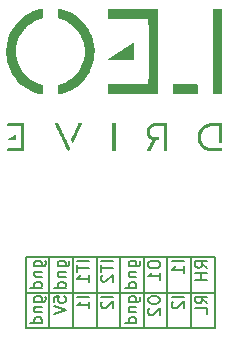
<source format=gbr>
%TF.GenerationSoftware,KiCad,Pcbnew,7.0.7*%
%TF.CreationDate,2023-12-05T14:15:23+03:00*%
%TF.ProjectId,InterceptRelay,496e7465-7263-4657-9074-52656c61792e,rev?*%
%TF.SameCoordinates,Original*%
%TF.FileFunction,Legend,Bot*%
%TF.FilePolarity,Positive*%
%FSLAX46Y46*%
G04 Gerber Fmt 4.6, Leading zero omitted, Abs format (unit mm)*
G04 Created by KiCad (PCBNEW 7.0.7) date 2023-12-05 14:15:23*
%MOMM*%
%LPD*%
G01*
G04 APERTURE LIST*
%ADD10C,0.150000*%
G04 APERTURE END LIST*
D10*
X102552752Y-78756550D02*
X103362276Y-78756550D01*
X103362276Y-78756550D02*
X103457514Y-78708931D01*
X103457514Y-78708931D02*
X103505133Y-78661312D01*
X103505133Y-78661312D02*
X103552752Y-78566074D01*
X103552752Y-78566074D02*
X103552752Y-78423217D01*
X103552752Y-78423217D02*
X103505133Y-78327979D01*
X103171800Y-78756550D02*
X103219419Y-78661312D01*
X103219419Y-78661312D02*
X103219419Y-78470836D01*
X103219419Y-78470836D02*
X103171800Y-78375598D01*
X103171800Y-78375598D02*
X103124180Y-78327979D01*
X103124180Y-78327979D02*
X103028942Y-78280360D01*
X103028942Y-78280360D02*
X102743228Y-78280360D01*
X102743228Y-78280360D02*
X102647990Y-78327979D01*
X102647990Y-78327979D02*
X102600371Y-78375598D01*
X102600371Y-78375598D02*
X102552752Y-78470836D01*
X102552752Y-78470836D02*
X102552752Y-78661312D01*
X102552752Y-78661312D02*
X102600371Y-78756550D01*
X102552752Y-79232741D02*
X103219419Y-79232741D01*
X102647990Y-79232741D02*
X102600371Y-79280360D01*
X102600371Y-79280360D02*
X102552752Y-79375598D01*
X102552752Y-79375598D02*
X102552752Y-79518455D01*
X102552752Y-79518455D02*
X102600371Y-79613693D01*
X102600371Y-79613693D02*
X102695609Y-79661312D01*
X102695609Y-79661312D02*
X103219419Y-79661312D01*
X103219419Y-80566074D02*
X102219419Y-80566074D01*
X103171800Y-80566074D02*
X103219419Y-80470836D01*
X103219419Y-80470836D02*
X103219419Y-80280360D01*
X103219419Y-80280360D02*
X103171800Y-80185122D01*
X103171800Y-80185122D02*
X103124180Y-80137503D01*
X103124180Y-80137503D02*
X103028942Y-80089884D01*
X103028942Y-80089884D02*
X102743228Y-80089884D01*
X102743228Y-80089884D02*
X102647990Y-80137503D01*
X102647990Y-80137503D02*
X102600371Y-80185122D01*
X102600371Y-80185122D02*
X102552752Y-80280360D01*
X102552752Y-80280360D02*
X102552752Y-80470836D01*
X102552752Y-80470836D02*
X102600371Y-80566074D01*
X93849600Y-77991200D02*
X109849600Y-77991200D01*
X104219419Y-78518455D02*
X104219419Y-78708931D01*
X104219419Y-78708931D02*
X104267038Y-78804169D01*
X104267038Y-78804169D02*
X104362276Y-78899407D01*
X104362276Y-78899407D02*
X104552752Y-78947026D01*
X104552752Y-78947026D02*
X104886085Y-78947026D01*
X104886085Y-78947026D02*
X105076561Y-78899407D01*
X105076561Y-78899407D02*
X105171800Y-78804169D01*
X105171800Y-78804169D02*
X105219419Y-78708931D01*
X105219419Y-78708931D02*
X105219419Y-78518455D01*
X105219419Y-78518455D02*
X105171800Y-78423217D01*
X105171800Y-78423217D02*
X105076561Y-78327979D01*
X105076561Y-78327979D02*
X104886085Y-78280360D01*
X104886085Y-78280360D02*
X104552752Y-78280360D01*
X104552752Y-78280360D02*
X104362276Y-78327979D01*
X104362276Y-78327979D02*
X104267038Y-78423217D01*
X104267038Y-78423217D02*
X104219419Y-78518455D01*
X104314657Y-79327979D02*
X104267038Y-79375598D01*
X104267038Y-79375598D02*
X104219419Y-79470836D01*
X104219419Y-79470836D02*
X104219419Y-79708931D01*
X104219419Y-79708931D02*
X104267038Y-79804169D01*
X104267038Y-79804169D02*
X104314657Y-79851788D01*
X104314657Y-79851788D02*
X104409895Y-79899407D01*
X104409895Y-79899407D02*
X104505133Y-79899407D01*
X104505133Y-79899407D02*
X104647990Y-79851788D01*
X104647990Y-79851788D02*
X105219419Y-79280360D01*
X105219419Y-79280360D02*
X105219419Y-79899407D01*
X101219419Y-78327979D02*
X100219419Y-78327979D01*
X100314657Y-78756550D02*
X100267038Y-78804169D01*
X100267038Y-78804169D02*
X100219419Y-78899407D01*
X100219419Y-78899407D02*
X100219419Y-79137502D01*
X100219419Y-79137502D02*
X100267038Y-79232740D01*
X100267038Y-79232740D02*
X100314657Y-79280359D01*
X100314657Y-79280359D02*
X100409895Y-79327978D01*
X100409895Y-79327978D02*
X100505133Y-79327978D01*
X100505133Y-79327978D02*
X100647990Y-79280359D01*
X100647990Y-79280359D02*
X101219419Y-78708931D01*
X101219419Y-78708931D02*
X101219419Y-79327978D01*
X109219419Y-78899407D02*
X108743228Y-78566074D01*
X109219419Y-78327979D02*
X108219419Y-78327979D01*
X108219419Y-78327979D02*
X108219419Y-78708931D01*
X108219419Y-78708931D02*
X108267038Y-78804169D01*
X108267038Y-78804169D02*
X108314657Y-78851788D01*
X108314657Y-78851788D02*
X108409895Y-78899407D01*
X108409895Y-78899407D02*
X108552752Y-78899407D01*
X108552752Y-78899407D02*
X108647990Y-78851788D01*
X108647990Y-78851788D02*
X108695609Y-78804169D01*
X108695609Y-78804169D02*
X108743228Y-78708931D01*
X108743228Y-78708931D02*
X108743228Y-78327979D01*
X109219419Y-79804169D02*
X109219419Y-79327979D01*
X109219419Y-79327979D02*
X108219419Y-79327979D01*
X109219419Y-75899407D02*
X108743228Y-75566074D01*
X109219419Y-75327979D02*
X108219419Y-75327979D01*
X108219419Y-75327979D02*
X108219419Y-75708931D01*
X108219419Y-75708931D02*
X108267038Y-75804169D01*
X108267038Y-75804169D02*
X108314657Y-75851788D01*
X108314657Y-75851788D02*
X108409895Y-75899407D01*
X108409895Y-75899407D02*
X108552752Y-75899407D01*
X108552752Y-75899407D02*
X108647990Y-75851788D01*
X108647990Y-75851788D02*
X108695609Y-75804169D01*
X108695609Y-75804169D02*
X108743228Y-75708931D01*
X108743228Y-75708931D02*
X108743228Y-75327979D01*
X109219419Y-76327979D02*
X108219419Y-76327979D01*
X108695609Y-76327979D02*
X108695609Y-76899407D01*
X109219419Y-76899407D02*
X108219419Y-76899407D01*
X94552752Y-78756550D02*
X95362276Y-78756550D01*
X95362276Y-78756550D02*
X95457514Y-78708931D01*
X95457514Y-78708931D02*
X95505133Y-78661312D01*
X95505133Y-78661312D02*
X95552752Y-78566074D01*
X95552752Y-78566074D02*
X95552752Y-78423217D01*
X95552752Y-78423217D02*
X95505133Y-78327979D01*
X95171800Y-78756550D02*
X95219419Y-78661312D01*
X95219419Y-78661312D02*
X95219419Y-78470836D01*
X95219419Y-78470836D02*
X95171800Y-78375598D01*
X95171800Y-78375598D02*
X95124180Y-78327979D01*
X95124180Y-78327979D02*
X95028942Y-78280360D01*
X95028942Y-78280360D02*
X94743228Y-78280360D01*
X94743228Y-78280360D02*
X94647990Y-78327979D01*
X94647990Y-78327979D02*
X94600371Y-78375598D01*
X94600371Y-78375598D02*
X94552752Y-78470836D01*
X94552752Y-78470836D02*
X94552752Y-78661312D01*
X94552752Y-78661312D02*
X94600371Y-78756550D01*
X94552752Y-79232741D02*
X95219419Y-79232741D01*
X94647990Y-79232741D02*
X94600371Y-79280360D01*
X94600371Y-79280360D02*
X94552752Y-79375598D01*
X94552752Y-79375598D02*
X94552752Y-79518455D01*
X94552752Y-79518455D02*
X94600371Y-79613693D01*
X94600371Y-79613693D02*
X94695609Y-79661312D01*
X94695609Y-79661312D02*
X95219419Y-79661312D01*
X95219419Y-80566074D02*
X94219419Y-80566074D01*
X95171800Y-80566074D02*
X95219419Y-80470836D01*
X95219419Y-80470836D02*
X95219419Y-80280360D01*
X95219419Y-80280360D02*
X95171800Y-80185122D01*
X95171800Y-80185122D02*
X95124180Y-80137503D01*
X95124180Y-80137503D02*
X95028942Y-80089884D01*
X95028942Y-80089884D02*
X94743228Y-80089884D01*
X94743228Y-80089884D02*
X94647990Y-80137503D01*
X94647990Y-80137503D02*
X94600371Y-80185122D01*
X94600371Y-80185122D02*
X94552752Y-80280360D01*
X94552752Y-80280360D02*
X94552752Y-80470836D01*
X94552752Y-80470836D02*
X94600371Y-80566074D01*
X107219419Y-78327979D02*
X106219419Y-78327979D01*
X106314657Y-78756550D02*
X106267038Y-78804169D01*
X106267038Y-78804169D02*
X106219419Y-78899407D01*
X106219419Y-78899407D02*
X106219419Y-79137502D01*
X106219419Y-79137502D02*
X106267038Y-79232740D01*
X106267038Y-79232740D02*
X106314657Y-79280359D01*
X106314657Y-79280359D02*
X106409895Y-79327978D01*
X106409895Y-79327978D02*
X106505133Y-79327978D01*
X106505133Y-79327978D02*
X106647990Y-79280359D01*
X106647990Y-79280359D02*
X107219419Y-78708931D01*
X107219419Y-78708931D02*
X107219419Y-79327978D01*
X109849600Y-80991200D02*
X93849600Y-80991200D01*
X97849600Y-74991200D02*
X97849600Y-80991200D01*
X107849600Y-74991200D02*
X107849600Y-80991200D01*
X94552752Y-75756550D02*
X95362276Y-75756550D01*
X95362276Y-75756550D02*
X95457514Y-75708931D01*
X95457514Y-75708931D02*
X95505133Y-75661312D01*
X95505133Y-75661312D02*
X95552752Y-75566074D01*
X95552752Y-75566074D02*
X95552752Y-75423217D01*
X95552752Y-75423217D02*
X95505133Y-75327979D01*
X95171800Y-75756550D02*
X95219419Y-75661312D01*
X95219419Y-75661312D02*
X95219419Y-75470836D01*
X95219419Y-75470836D02*
X95171800Y-75375598D01*
X95171800Y-75375598D02*
X95124180Y-75327979D01*
X95124180Y-75327979D02*
X95028942Y-75280360D01*
X95028942Y-75280360D02*
X94743228Y-75280360D01*
X94743228Y-75280360D02*
X94647990Y-75327979D01*
X94647990Y-75327979D02*
X94600371Y-75375598D01*
X94600371Y-75375598D02*
X94552752Y-75470836D01*
X94552752Y-75470836D02*
X94552752Y-75661312D01*
X94552752Y-75661312D02*
X94600371Y-75756550D01*
X94552752Y-76232741D02*
X95219419Y-76232741D01*
X94647990Y-76232741D02*
X94600371Y-76280360D01*
X94600371Y-76280360D02*
X94552752Y-76375598D01*
X94552752Y-76375598D02*
X94552752Y-76518455D01*
X94552752Y-76518455D02*
X94600371Y-76613693D01*
X94600371Y-76613693D02*
X94695609Y-76661312D01*
X94695609Y-76661312D02*
X95219419Y-76661312D01*
X95219419Y-77566074D02*
X94219419Y-77566074D01*
X95171800Y-77566074D02*
X95219419Y-77470836D01*
X95219419Y-77470836D02*
X95219419Y-77280360D01*
X95219419Y-77280360D02*
X95171800Y-77185122D01*
X95171800Y-77185122D02*
X95124180Y-77137503D01*
X95124180Y-77137503D02*
X95028942Y-77089884D01*
X95028942Y-77089884D02*
X94743228Y-77089884D01*
X94743228Y-77089884D02*
X94647990Y-77137503D01*
X94647990Y-77137503D02*
X94600371Y-77185122D01*
X94600371Y-77185122D02*
X94552752Y-77280360D01*
X94552752Y-77280360D02*
X94552752Y-77470836D01*
X94552752Y-77470836D02*
X94600371Y-77566074D01*
X96219419Y-78804169D02*
X96219419Y-78327979D01*
X96219419Y-78327979D02*
X96695609Y-78280360D01*
X96695609Y-78280360D02*
X96647990Y-78327979D01*
X96647990Y-78327979D02*
X96600371Y-78423217D01*
X96600371Y-78423217D02*
X96600371Y-78661312D01*
X96600371Y-78661312D02*
X96647990Y-78756550D01*
X96647990Y-78756550D02*
X96695609Y-78804169D01*
X96695609Y-78804169D02*
X96790847Y-78851788D01*
X96790847Y-78851788D02*
X97028942Y-78851788D01*
X97028942Y-78851788D02*
X97124180Y-78804169D01*
X97124180Y-78804169D02*
X97171800Y-78756550D01*
X97171800Y-78756550D02*
X97219419Y-78661312D01*
X97219419Y-78661312D02*
X97219419Y-78423217D01*
X97219419Y-78423217D02*
X97171800Y-78327979D01*
X97171800Y-78327979D02*
X97124180Y-78280360D01*
X96219419Y-79137503D02*
X97219419Y-79470836D01*
X97219419Y-79470836D02*
X96219419Y-79804169D01*
X102552752Y-75756550D02*
X103362276Y-75756550D01*
X103362276Y-75756550D02*
X103457514Y-75708931D01*
X103457514Y-75708931D02*
X103505133Y-75661312D01*
X103505133Y-75661312D02*
X103552752Y-75566074D01*
X103552752Y-75566074D02*
X103552752Y-75423217D01*
X103552752Y-75423217D02*
X103505133Y-75327979D01*
X103171800Y-75756550D02*
X103219419Y-75661312D01*
X103219419Y-75661312D02*
X103219419Y-75470836D01*
X103219419Y-75470836D02*
X103171800Y-75375598D01*
X103171800Y-75375598D02*
X103124180Y-75327979D01*
X103124180Y-75327979D02*
X103028942Y-75280360D01*
X103028942Y-75280360D02*
X102743228Y-75280360D01*
X102743228Y-75280360D02*
X102647990Y-75327979D01*
X102647990Y-75327979D02*
X102600371Y-75375598D01*
X102600371Y-75375598D02*
X102552752Y-75470836D01*
X102552752Y-75470836D02*
X102552752Y-75661312D01*
X102552752Y-75661312D02*
X102600371Y-75756550D01*
X102552752Y-76232741D02*
X103219419Y-76232741D01*
X102647990Y-76232741D02*
X102600371Y-76280360D01*
X102600371Y-76280360D02*
X102552752Y-76375598D01*
X102552752Y-76375598D02*
X102552752Y-76518455D01*
X102552752Y-76518455D02*
X102600371Y-76613693D01*
X102600371Y-76613693D02*
X102695609Y-76661312D01*
X102695609Y-76661312D02*
X103219419Y-76661312D01*
X103219419Y-77566074D02*
X102219419Y-77566074D01*
X103171800Y-77566074D02*
X103219419Y-77470836D01*
X103219419Y-77470836D02*
X103219419Y-77280360D01*
X103219419Y-77280360D02*
X103171800Y-77185122D01*
X103171800Y-77185122D02*
X103124180Y-77137503D01*
X103124180Y-77137503D02*
X103028942Y-77089884D01*
X103028942Y-77089884D02*
X102743228Y-77089884D01*
X102743228Y-77089884D02*
X102647990Y-77137503D01*
X102647990Y-77137503D02*
X102600371Y-77185122D01*
X102600371Y-77185122D02*
X102552752Y-77280360D01*
X102552752Y-77280360D02*
X102552752Y-77470836D01*
X102552752Y-77470836D02*
X102600371Y-77566074D01*
X104219419Y-75518455D02*
X104219419Y-75708931D01*
X104219419Y-75708931D02*
X104267038Y-75804169D01*
X104267038Y-75804169D02*
X104362276Y-75899407D01*
X104362276Y-75899407D02*
X104552752Y-75947026D01*
X104552752Y-75947026D02*
X104886085Y-75947026D01*
X104886085Y-75947026D02*
X105076561Y-75899407D01*
X105076561Y-75899407D02*
X105171800Y-75804169D01*
X105171800Y-75804169D02*
X105219419Y-75708931D01*
X105219419Y-75708931D02*
X105219419Y-75518455D01*
X105219419Y-75518455D02*
X105171800Y-75423217D01*
X105171800Y-75423217D02*
X105076561Y-75327979D01*
X105076561Y-75327979D02*
X104886085Y-75280360D01*
X104886085Y-75280360D02*
X104552752Y-75280360D01*
X104552752Y-75280360D02*
X104362276Y-75327979D01*
X104362276Y-75327979D02*
X104267038Y-75423217D01*
X104267038Y-75423217D02*
X104219419Y-75518455D01*
X105219419Y-76899407D02*
X105219419Y-76327979D01*
X105219419Y-76613693D02*
X104219419Y-76613693D01*
X104219419Y-76613693D02*
X104362276Y-76518455D01*
X104362276Y-76518455D02*
X104457514Y-76423217D01*
X104457514Y-76423217D02*
X104505133Y-76327979D01*
X96552752Y-75756550D02*
X97362276Y-75756550D01*
X97362276Y-75756550D02*
X97457514Y-75708931D01*
X97457514Y-75708931D02*
X97505133Y-75661312D01*
X97505133Y-75661312D02*
X97552752Y-75566074D01*
X97552752Y-75566074D02*
X97552752Y-75423217D01*
X97552752Y-75423217D02*
X97505133Y-75327979D01*
X97171800Y-75756550D02*
X97219419Y-75661312D01*
X97219419Y-75661312D02*
X97219419Y-75470836D01*
X97219419Y-75470836D02*
X97171800Y-75375598D01*
X97171800Y-75375598D02*
X97124180Y-75327979D01*
X97124180Y-75327979D02*
X97028942Y-75280360D01*
X97028942Y-75280360D02*
X96743228Y-75280360D01*
X96743228Y-75280360D02*
X96647990Y-75327979D01*
X96647990Y-75327979D02*
X96600371Y-75375598D01*
X96600371Y-75375598D02*
X96552752Y-75470836D01*
X96552752Y-75470836D02*
X96552752Y-75661312D01*
X96552752Y-75661312D02*
X96600371Y-75756550D01*
X96552752Y-76232741D02*
X97219419Y-76232741D01*
X96647990Y-76232741D02*
X96600371Y-76280360D01*
X96600371Y-76280360D02*
X96552752Y-76375598D01*
X96552752Y-76375598D02*
X96552752Y-76518455D01*
X96552752Y-76518455D02*
X96600371Y-76613693D01*
X96600371Y-76613693D02*
X96695609Y-76661312D01*
X96695609Y-76661312D02*
X97219419Y-76661312D01*
X97219419Y-77566074D02*
X96219419Y-77566074D01*
X97171800Y-77566074D02*
X97219419Y-77470836D01*
X97219419Y-77470836D02*
X97219419Y-77280360D01*
X97219419Y-77280360D02*
X97171800Y-77185122D01*
X97171800Y-77185122D02*
X97124180Y-77137503D01*
X97124180Y-77137503D02*
X97028942Y-77089884D01*
X97028942Y-77089884D02*
X96743228Y-77089884D01*
X96743228Y-77089884D02*
X96647990Y-77137503D01*
X96647990Y-77137503D02*
X96600371Y-77185122D01*
X96600371Y-77185122D02*
X96552752Y-77280360D01*
X96552752Y-77280360D02*
X96552752Y-77470836D01*
X96552752Y-77470836D02*
X96600371Y-77566074D01*
X101219419Y-75327979D02*
X100219419Y-75327979D01*
X100219419Y-75661312D02*
X100219419Y-76232740D01*
X101219419Y-75947026D02*
X100219419Y-75947026D01*
X100314657Y-76518455D02*
X100267038Y-76566074D01*
X100267038Y-76566074D02*
X100219419Y-76661312D01*
X100219419Y-76661312D02*
X100219419Y-76899407D01*
X100219419Y-76899407D02*
X100267038Y-76994645D01*
X100267038Y-76994645D02*
X100314657Y-77042264D01*
X100314657Y-77042264D02*
X100409895Y-77089883D01*
X100409895Y-77089883D02*
X100505133Y-77089883D01*
X100505133Y-77089883D02*
X100647990Y-77042264D01*
X100647990Y-77042264D02*
X101219419Y-76470836D01*
X101219419Y-76470836D02*
X101219419Y-77089883D01*
X99219419Y-75327979D02*
X98219419Y-75327979D01*
X98219419Y-75661312D02*
X98219419Y-76232740D01*
X99219419Y-75947026D02*
X98219419Y-75947026D01*
X99219419Y-77089883D02*
X99219419Y-76518455D01*
X99219419Y-76804169D02*
X98219419Y-76804169D01*
X98219419Y-76804169D02*
X98362276Y-76708931D01*
X98362276Y-76708931D02*
X98457514Y-76613693D01*
X98457514Y-76613693D02*
X98505133Y-76518455D01*
X99219419Y-78327979D02*
X98219419Y-78327979D01*
X99219419Y-79327978D02*
X99219419Y-78756550D01*
X99219419Y-79042264D02*
X98219419Y-79042264D01*
X98219419Y-79042264D02*
X98362276Y-78947026D01*
X98362276Y-78947026D02*
X98457514Y-78851788D01*
X98457514Y-78851788D02*
X98505133Y-78756550D01*
X107219419Y-75327979D02*
X106219419Y-75327979D01*
X107219419Y-76327978D02*
X107219419Y-75756550D01*
X107219419Y-76042264D02*
X106219419Y-76042264D01*
X106219419Y-76042264D02*
X106362276Y-75947026D01*
X106362276Y-75947026D02*
X106457514Y-75851788D01*
X106457514Y-75851788D02*
X106505133Y-75756550D01*
X93849600Y-80991200D02*
X93849600Y-74991200D01*
X109849600Y-74991200D02*
X109849600Y-80991200D01*
X93849600Y-74991200D02*
X109849600Y-74991200D01*
X101849600Y-74991200D02*
X101849600Y-80991200D01*
X103849600Y-74991200D02*
X103849600Y-80991200D01*
X95849600Y-74991200D02*
X95849600Y-80991200D01*
X99849600Y-74991200D02*
X99849600Y-80991200D01*
X105849600Y-74991200D02*
X105849600Y-80991200D01*
%TO.C,G\u002A\u002A\u002A*%
G36*
X93057807Y-64825505D02*
G01*
X93057929Y-64839569D01*
X93058284Y-64899464D01*
X93058349Y-64953782D01*
X93058141Y-65000375D01*
X93057673Y-65037096D01*
X93056962Y-65061795D01*
X93056023Y-65072325D01*
X93053194Y-65074372D01*
X93043330Y-65076569D01*
X93025350Y-65078369D01*
X92998084Y-65079803D01*
X92960360Y-65080904D01*
X92911005Y-65081705D01*
X92848847Y-65082236D01*
X92772716Y-65082532D01*
X92681439Y-65082623D01*
X92680330Y-65082623D01*
X92591976Y-65082566D01*
X92518566Y-65082368D01*
X92458739Y-65081985D01*
X92411137Y-65081372D01*
X92374399Y-65080484D01*
X92347168Y-65079279D01*
X92328082Y-65077710D01*
X92315784Y-65075734D01*
X92308913Y-65073307D01*
X92306109Y-65070384D01*
X92304500Y-65064290D01*
X92305327Y-65047946D01*
X92306239Y-65046707D01*
X92317845Y-65037271D01*
X92341335Y-65020638D01*
X92375114Y-64997810D01*
X92417588Y-64969791D01*
X92467162Y-64937582D01*
X92522240Y-64902186D01*
X92581228Y-64864605D01*
X92642530Y-64825842D01*
X92704552Y-64786900D01*
X92765699Y-64748780D01*
X92824375Y-64712486D01*
X92878986Y-64679019D01*
X92927937Y-64649382D01*
X92969633Y-64624578D01*
X93002479Y-64605609D01*
X93024880Y-64593477D01*
X93035240Y-64589185D01*
X93055639Y-64588984D01*
X93057807Y-64825505D01*
G37*
G36*
X98495853Y-63630149D02*
G01*
X98535443Y-63631588D01*
X98569268Y-63633732D01*
X98593882Y-63636537D01*
X98605837Y-63639959D01*
X98610529Y-63644973D01*
X98616223Y-63658898D01*
X98615985Y-63659818D01*
X98610836Y-63672260D01*
X98599380Y-63697976D01*
X98582164Y-63735801D01*
X98559737Y-63784573D01*
X98532646Y-63843127D01*
X98501438Y-63910300D01*
X98466663Y-63984927D01*
X98428866Y-64065847D01*
X98388596Y-64151893D01*
X98346401Y-64241904D01*
X98302829Y-64334715D01*
X98258427Y-64429162D01*
X98213742Y-64524082D01*
X98169324Y-64618312D01*
X98125718Y-64710686D01*
X98083474Y-64800042D01*
X98043139Y-64885216D01*
X98005260Y-64965044D01*
X97970385Y-65038363D01*
X97939063Y-65104009D01*
X97911840Y-65160817D01*
X97889265Y-65207625D01*
X97871885Y-65243268D01*
X97860248Y-65266584D01*
X97854902Y-65276407D01*
X97845760Y-65282759D01*
X97827272Y-65286607D01*
X97823357Y-65286312D01*
X97815669Y-65283167D01*
X97807322Y-65274985D01*
X97797078Y-65259812D01*
X97783701Y-65235691D01*
X97765954Y-65200668D01*
X97742598Y-65152787D01*
X97723270Y-65112438D01*
X97705120Y-65073758D01*
X97690753Y-65042278D01*
X97681302Y-65020483D01*
X97677900Y-65010857D01*
X97678401Y-65009253D01*
X97684334Y-64995379D01*
X97696481Y-64968519D01*
X97714245Y-64929935D01*
X97737030Y-64880886D01*
X97764236Y-64822632D01*
X97795269Y-64756433D01*
X97829529Y-64683549D01*
X97866420Y-64605240D01*
X97905345Y-64522767D01*
X97945707Y-64437388D01*
X97986907Y-64350365D01*
X98028350Y-64262957D01*
X98069437Y-64176424D01*
X98109572Y-64092026D01*
X98148156Y-64011023D01*
X98184594Y-63934676D01*
X98218288Y-63864243D01*
X98248640Y-63800986D01*
X98275053Y-63746165D01*
X98296931Y-63701038D01*
X98313675Y-63666867D01*
X98324688Y-63644911D01*
X98329374Y-63636430D01*
X98332070Y-63635069D01*
X98348782Y-63632323D01*
X98376963Y-63630502D01*
X98413167Y-63629562D01*
X98453946Y-63629459D01*
X98495853Y-63630149D01*
G37*
G36*
X96478231Y-63622365D02*
G01*
X96519920Y-63623144D01*
X96554427Y-63624493D01*
X96578708Y-63626273D01*
X96589717Y-63628347D01*
X96593656Y-63634727D01*
X96604186Y-63654849D01*
X96620595Y-63687527D01*
X96642310Y-63731581D01*
X96668759Y-63785831D01*
X96699371Y-63849100D01*
X96733572Y-63920209D01*
X96770791Y-63997977D01*
X96810456Y-64081227D01*
X96851994Y-64168778D01*
X96888784Y-64246420D01*
X96943935Y-64362626D01*
X97003313Y-64487553D01*
X97065319Y-64617847D01*
X97128354Y-64750154D01*
X97190821Y-64881119D01*
X97251121Y-65007389D01*
X97307655Y-65125608D01*
X97358825Y-65232423D01*
X97393543Y-65304957D01*
X97433536Y-65388881D01*
X97470926Y-65467741D01*
X97505152Y-65540333D01*
X97535652Y-65605453D01*
X97561866Y-65661896D01*
X97583231Y-65708460D01*
X97599187Y-65743939D01*
X97609173Y-65767130D01*
X97612626Y-65776829D01*
X97609653Y-65787935D01*
X97600802Y-65810961D01*
X97587542Y-65842334D01*
X97571361Y-65878817D01*
X97553747Y-65917177D01*
X97536186Y-65954176D01*
X97520167Y-65986579D01*
X97507177Y-66011151D01*
X97498702Y-66024656D01*
X97494126Y-66028972D01*
X97473650Y-66036438D01*
X97450239Y-66034379D01*
X97431611Y-66022986D01*
X97426130Y-66013443D01*
X97414302Y-65990409D01*
X97396804Y-65955248D01*
X97374279Y-65909289D01*
X97347374Y-65853861D01*
X97316732Y-65790292D01*
X97282999Y-65719910D01*
X97246820Y-65644045D01*
X97208838Y-65564024D01*
X97184057Y-65511722D01*
X97143840Y-65426935D01*
X97098218Y-65330841D01*
X97048140Y-65225438D01*
X96994559Y-65112724D01*
X96938423Y-64994697D01*
X96880683Y-64873355D01*
X96822291Y-64750697D01*
X96764195Y-64628721D01*
X96707348Y-64509425D01*
X96652698Y-64394806D01*
X96627931Y-64342841D01*
X96580199Y-64242482D01*
X96534752Y-64146650D01*
X96492064Y-64056362D01*
X96452613Y-63972639D01*
X96416876Y-63896499D01*
X96385330Y-63828962D01*
X96358450Y-63771046D01*
X96336714Y-63723770D01*
X96320597Y-63688154D01*
X96310578Y-63665218D01*
X96307133Y-63655979D01*
X96307465Y-63649381D01*
X96310890Y-63638956D01*
X96319801Y-63631556D01*
X96336361Y-63626682D01*
X96362737Y-63623835D01*
X96401092Y-63622517D01*
X96453593Y-63622228D01*
X96478231Y-63622365D01*
G37*
G36*
X102982475Y-56837459D02*
G01*
X103005352Y-56855038D01*
X103008076Y-56858671D01*
X103010713Y-56863220D01*
X103013001Y-56869374D01*
X103014964Y-56878184D01*
X103016629Y-56890700D01*
X103018019Y-56907973D01*
X103019159Y-56931055D01*
X103020074Y-56960997D01*
X103020789Y-56998849D01*
X103021329Y-57045663D01*
X103021717Y-57102489D01*
X103021979Y-57170379D01*
X103022140Y-57250384D01*
X103022225Y-57343554D01*
X103022257Y-57450941D01*
X103022263Y-57573595D01*
X103022263Y-57605420D01*
X103022248Y-57726199D01*
X103022178Y-57831951D01*
X103022007Y-57923714D01*
X103021692Y-58002528D01*
X103021186Y-58069430D01*
X103020446Y-58125459D01*
X103019428Y-58171654D01*
X103018085Y-58209054D01*
X103016374Y-58238696D01*
X103014250Y-58261621D01*
X103011668Y-58278865D01*
X103008584Y-58291468D01*
X103004954Y-58300468D01*
X103000731Y-58306904D01*
X102995872Y-58311814D01*
X102990332Y-58316238D01*
X102987345Y-58317282D01*
X102977020Y-58318680D01*
X102959014Y-58319939D01*
X102932664Y-58321065D01*
X102897305Y-58322064D01*
X102852272Y-58322942D01*
X102796901Y-58323706D01*
X102730528Y-58324361D01*
X102652487Y-58324914D01*
X102562115Y-58325371D01*
X102458747Y-58325739D01*
X102341718Y-58326023D01*
X102210364Y-58326230D01*
X102064021Y-58326366D01*
X101902023Y-58326437D01*
X100826661Y-58326697D01*
X100806633Y-58306669D01*
X100801516Y-58301142D01*
X100789883Y-58280032D01*
X100786606Y-58251113D01*
X100786873Y-58242717D01*
X100790430Y-58218753D01*
X100796805Y-58203107D01*
X100797554Y-58202455D01*
X100808904Y-58194581D01*
X100833090Y-58178595D01*
X100869350Y-58154986D01*
X100916923Y-58124239D01*
X100975047Y-58086841D01*
X101042960Y-58043280D01*
X101119902Y-57994043D01*
X101205111Y-57939616D01*
X101297825Y-57880487D01*
X101397283Y-57817142D01*
X101502722Y-57750069D01*
X101613383Y-57679754D01*
X101728502Y-57606684D01*
X101847319Y-57531346D01*
X101875404Y-57513547D01*
X101993754Y-57438518D01*
X102108411Y-57365794D01*
X102218598Y-57295870D01*
X102323540Y-57229240D01*
X102422460Y-57166397D01*
X102514581Y-57107837D01*
X102599127Y-57054052D01*
X102675320Y-57005538D01*
X102742385Y-56962788D01*
X102799546Y-56926297D01*
X102846025Y-56896559D01*
X102881045Y-56874067D01*
X102903832Y-56859317D01*
X102913607Y-56852801D01*
X102923455Y-56846195D01*
X102954438Y-56834494D01*
X102982475Y-56837459D01*
G37*
G36*
X101346312Y-63622255D02*
G01*
X101393046Y-63623256D01*
X101431429Y-63625069D01*
X101458807Y-63627548D01*
X101472526Y-63630549D01*
X101473681Y-63631228D01*
X101475730Y-63633084D01*
X101477578Y-63636330D01*
X101479236Y-63641754D01*
X101480713Y-63650141D01*
X101482021Y-63662275D01*
X101483170Y-63678944D01*
X101484169Y-63700933D01*
X101485030Y-63729026D01*
X101485762Y-63764011D01*
X101486377Y-63806672D01*
X101486883Y-63857796D01*
X101487293Y-63918167D01*
X101487615Y-63988572D01*
X101487861Y-64069796D01*
X101488041Y-64162625D01*
X101488165Y-64267845D01*
X101488243Y-64386240D01*
X101488286Y-64518597D01*
X101488304Y-64665702D01*
X101488308Y-64828339D01*
X101488306Y-64881493D01*
X101488257Y-65047891D01*
X101488144Y-65198769D01*
X101487962Y-65334742D01*
X101487705Y-65456425D01*
X101487368Y-65564431D01*
X101486947Y-65659376D01*
X101486436Y-65741873D01*
X101485830Y-65812537D01*
X101485124Y-65871983D01*
X101484314Y-65920825D01*
X101483394Y-65959676D01*
X101482360Y-65989153D01*
X101481205Y-66009868D01*
X101479926Y-66022437D01*
X101478517Y-66027474D01*
X101473468Y-66030060D01*
X101455623Y-66033314D01*
X101424779Y-66035554D01*
X101379837Y-66036849D01*
X101319697Y-66037265D01*
X101272792Y-66037188D01*
X101232187Y-66036775D01*
X101203553Y-66035790D01*
X101184563Y-66034001D01*
X101172895Y-66031176D01*
X101166223Y-66027081D01*
X101162222Y-66021483D01*
X101161837Y-66020168D01*
X101160534Y-66005850D01*
X101159348Y-65976417D01*
X101158279Y-65931761D01*
X101157325Y-65871771D01*
X101156487Y-65796339D01*
X101155763Y-65705354D01*
X101155153Y-65598708D01*
X101154655Y-65476291D01*
X101154269Y-65337994D01*
X101153994Y-65183706D01*
X101153830Y-65013319D01*
X101153776Y-64826724D01*
X101153780Y-64725975D01*
X101153810Y-64572463D01*
X101153876Y-64434024D01*
X101153986Y-64309878D01*
X101154148Y-64199250D01*
X101154371Y-64101364D01*
X101154663Y-64015442D01*
X101155032Y-63940708D01*
X101155487Y-63876386D01*
X101156037Y-63821698D01*
X101156689Y-63775868D01*
X101157452Y-63738120D01*
X101158334Y-63707676D01*
X101159343Y-63683761D01*
X101160489Y-63665597D01*
X101161779Y-63652408D01*
X101163221Y-63643418D01*
X101164825Y-63637849D01*
X101166597Y-63634925D01*
X101171610Y-63631223D01*
X101182476Y-63627405D01*
X101200189Y-63624785D01*
X101227117Y-63623161D01*
X101265626Y-63622334D01*
X101318082Y-63622103D01*
X101346312Y-63622255D01*
G37*
G36*
X107217711Y-60350201D02*
G01*
X107367107Y-60350211D01*
X107396936Y-60350210D01*
X107543308Y-60350199D01*
X107674399Y-60350202D01*
X107791080Y-60350255D01*
X107894223Y-60350396D01*
X107984699Y-60350663D01*
X108063379Y-60351093D01*
X108131134Y-60351723D01*
X108188836Y-60352592D01*
X108237356Y-60353736D01*
X108277565Y-60355193D01*
X108310333Y-60356999D01*
X108336534Y-60359194D01*
X108357037Y-60361814D01*
X108372713Y-60364896D01*
X108384435Y-60368478D01*
X108393073Y-60372598D01*
X108399498Y-60377292D01*
X108404582Y-60382599D01*
X108409196Y-60388555D01*
X108414211Y-60395199D01*
X108414661Y-60395772D01*
X108418907Y-60401592D01*
X108422392Y-60408211D01*
X108425191Y-60417181D01*
X108427378Y-60430055D01*
X108429029Y-60448383D01*
X108430220Y-60473718D01*
X108431026Y-60507611D01*
X108431521Y-60551616D01*
X108431782Y-60607283D01*
X108431883Y-60676165D01*
X108431900Y-60759814D01*
X108431868Y-60799292D01*
X108431487Y-60891944D01*
X108430678Y-60968979D01*
X108429443Y-61030257D01*
X108427786Y-61075640D01*
X108425710Y-61104988D01*
X108423220Y-61118161D01*
X108422356Y-61119648D01*
X108408427Y-61135210D01*
X108388542Y-61150232D01*
X108385898Y-61151769D01*
X108381222Y-61153971D01*
X108375121Y-61155936D01*
X108366718Y-61157675D01*
X108355137Y-61159204D01*
X108339502Y-61160536D01*
X108318937Y-61161684D01*
X108292566Y-61162662D01*
X108259513Y-61163484D01*
X108218903Y-61164164D01*
X108169858Y-61164714D01*
X108111502Y-61165149D01*
X108042961Y-61165483D01*
X107963357Y-61165728D01*
X107871815Y-61165900D01*
X107767458Y-61166010D01*
X107649411Y-61166073D01*
X107516798Y-61166103D01*
X107368742Y-61166114D01*
X107274351Y-61166123D01*
X107133101Y-61166148D01*
X107006792Y-61166150D01*
X106894570Y-61166091D01*
X106795581Y-61165931D01*
X106708971Y-61165630D01*
X106633887Y-61165150D01*
X106569475Y-61164450D01*
X106514879Y-61163491D01*
X106469248Y-61162234D01*
X106431727Y-61160640D01*
X106401461Y-61158668D01*
X106377597Y-61156280D01*
X106359282Y-61153437D01*
X106345660Y-61150098D01*
X106335879Y-61146224D01*
X106329084Y-61141776D01*
X106324422Y-61136715D01*
X106321038Y-61131000D01*
X106318079Y-61124594D01*
X106314691Y-61117455D01*
X106313995Y-61116027D01*
X106310995Y-61107221D01*
X106308541Y-61094108D01*
X106306581Y-61075186D01*
X106305063Y-61048955D01*
X106303937Y-61013913D01*
X106303150Y-60968558D01*
X106302651Y-60911389D01*
X106302390Y-60840904D01*
X106302314Y-60755603D01*
X106302314Y-60753602D01*
X106302333Y-60670856D01*
X106302439Y-60602832D01*
X106302710Y-60547966D01*
X106303222Y-60504696D01*
X106304052Y-60471458D01*
X106305276Y-60446690D01*
X106306972Y-60428830D01*
X106309216Y-60416313D01*
X106312085Y-60407578D01*
X106315655Y-60401060D01*
X106320003Y-60395199D01*
X106321034Y-60393872D01*
X106325905Y-60387363D01*
X106330541Y-60381534D01*
X106335815Y-60376348D01*
X106342596Y-60371766D01*
X106351757Y-60367752D01*
X106364168Y-60364269D01*
X106380701Y-60361278D01*
X106402227Y-60358742D01*
X106429617Y-60356625D01*
X106463742Y-60354888D01*
X106505474Y-60353494D01*
X106555684Y-60352406D01*
X106615243Y-60351586D01*
X106685022Y-60350996D01*
X106765892Y-60350600D01*
X106858725Y-60350360D01*
X106964392Y-60350239D01*
X107083764Y-60350198D01*
X107217711Y-60350201D01*
G37*
G36*
X110271021Y-53987005D02*
G01*
X110322944Y-53987659D01*
X110364068Y-53989070D01*
X110395874Y-53991405D01*
X110419847Y-53994832D01*
X110437470Y-53999520D01*
X110450226Y-54005637D01*
X110459599Y-54013350D01*
X110467073Y-54022828D01*
X110474131Y-54034239D01*
X110474875Y-54035762D01*
X110475967Y-54039247D01*
X110476996Y-54044519D01*
X110477966Y-54052032D01*
X110478878Y-54062241D01*
X110479733Y-54075599D01*
X110480533Y-54092560D01*
X110481281Y-54113579D01*
X110481978Y-54139110D01*
X110482626Y-54169607D01*
X110483226Y-54205524D01*
X110483781Y-54247315D01*
X110484291Y-54295434D01*
X110484760Y-54350336D01*
X110485189Y-54412473D01*
X110485578Y-54482302D01*
X110485932Y-54560275D01*
X110486250Y-54646847D01*
X110486535Y-54742472D01*
X110486789Y-54847603D01*
X110487013Y-54962696D01*
X110487210Y-55088204D01*
X110487380Y-55224582D01*
X110487526Y-55372282D01*
X110487650Y-55531761D01*
X110487753Y-55703471D01*
X110487838Y-55887867D01*
X110487905Y-56085402D01*
X110487957Y-56296532D01*
X110487996Y-56521710D01*
X110488023Y-56761390D01*
X110488040Y-57016026D01*
X110488049Y-57286073D01*
X110488051Y-57571984D01*
X110488050Y-57733896D01*
X110488040Y-58012860D01*
X110488019Y-58276196D01*
X110487986Y-58524349D01*
X110487939Y-58757764D01*
X110487877Y-58976883D01*
X110487797Y-59182152D01*
X110487699Y-59374015D01*
X110487581Y-59552916D01*
X110487441Y-59719300D01*
X110487278Y-59873611D01*
X110487090Y-60016292D01*
X110486876Y-60147789D01*
X110486634Y-60268546D01*
X110486363Y-60379006D01*
X110486061Y-60479615D01*
X110485726Y-60570816D01*
X110485358Y-60653055D01*
X110484954Y-60726774D01*
X110484512Y-60792418D01*
X110484033Y-60850433D01*
X110483513Y-60901261D01*
X110482951Y-60945347D01*
X110482346Y-60983136D01*
X110481697Y-61015072D01*
X110481001Y-61041599D01*
X110480257Y-61063161D01*
X110479464Y-61080203D01*
X110478620Y-61093169D01*
X110477723Y-61102503D01*
X110476772Y-61108650D01*
X110475766Y-61112053D01*
X110460602Y-61134313D01*
X110441089Y-61151826D01*
X110434551Y-61155148D01*
X110425317Y-61157994D01*
X110412064Y-61160289D01*
X110393256Y-61162092D01*
X110367355Y-61163464D01*
X110332823Y-61164463D01*
X110288123Y-61165149D01*
X110231718Y-61165582D01*
X110162069Y-61165821D01*
X110077640Y-61165927D01*
X110014432Y-61165954D01*
X109936909Y-61165854D01*
X109873187Y-61165429D01*
X109821785Y-61164500D01*
X109781222Y-61162888D01*
X109750016Y-61160414D01*
X109726687Y-61156900D01*
X109709752Y-61152166D01*
X109697731Y-61146033D01*
X109689142Y-61138323D01*
X109682504Y-61128857D01*
X109676336Y-61117455D01*
X109675586Y-61115349D01*
X109674616Y-61110249D01*
X109673699Y-61102166D01*
X109672836Y-61090656D01*
X109672025Y-61075276D01*
X109671264Y-61055579D01*
X109670551Y-61031121D01*
X109669885Y-61001459D01*
X109669265Y-60966147D01*
X109668688Y-60924741D01*
X109668154Y-60876797D01*
X109667660Y-60821869D01*
X109667206Y-60759514D01*
X109666790Y-60689286D01*
X109666409Y-60610741D01*
X109666063Y-60523435D01*
X109665750Y-60426923D01*
X109665468Y-60320761D01*
X109665217Y-60204504D01*
X109664993Y-60077707D01*
X109664797Y-59939926D01*
X109664626Y-59790716D01*
X109664478Y-59629633D01*
X109664352Y-59456233D01*
X109664247Y-59270070D01*
X109664162Y-59070700D01*
X109664093Y-58857679D01*
X109664041Y-58630562D01*
X109664002Y-58388905D01*
X109663977Y-58132262D01*
X109663963Y-57860190D01*
X109663959Y-57572244D01*
X109663959Y-54050967D01*
X109691883Y-54020489D01*
X109719807Y-53990012D01*
X110063396Y-53987714D01*
X110128838Y-53987293D01*
X110206813Y-53986939D01*
X110271021Y-53987005D01*
G37*
G36*
X96688008Y-53941469D02*
G01*
X96724596Y-53947859D01*
X96772300Y-53958286D01*
X96833409Y-53972962D01*
X96861906Y-53980086D01*
X97101056Y-54049106D01*
X97333402Y-54132859D01*
X97558532Y-54231116D01*
X97776035Y-54343648D01*
X97985499Y-54470227D01*
X98186512Y-54610624D01*
X98378662Y-54764611D01*
X98561537Y-54931960D01*
X98641380Y-55012145D01*
X98806641Y-55193998D01*
X98957642Y-55383533D01*
X99094759Y-55581312D01*
X99218366Y-55787899D01*
X99328840Y-56003857D01*
X99426555Y-56229748D01*
X99461134Y-56320352D01*
X99530361Y-56527567D01*
X99586161Y-56736458D01*
X99629081Y-56949562D01*
X99659669Y-57169421D01*
X99678472Y-57398573D01*
X99679098Y-57410177D01*
X99683116Y-57639295D01*
X99671643Y-57870701D01*
X99645008Y-58102826D01*
X99603541Y-58334104D01*
X99547572Y-58562965D01*
X99477430Y-58787842D01*
X99393443Y-59007168D01*
X99295942Y-59219374D01*
X99270062Y-59270136D01*
X99149507Y-59484876D01*
X99016174Y-59689831D01*
X98870606Y-59884566D01*
X98713344Y-60068645D01*
X98544930Y-60241636D01*
X98365906Y-60403101D01*
X98176814Y-60552606D01*
X97978194Y-60689717D01*
X97770590Y-60813997D01*
X97554543Y-60925013D01*
X97330594Y-61022330D01*
X97099286Y-61105511D01*
X96861160Y-61174123D01*
X96800170Y-61189214D01*
X96746472Y-61201393D01*
X96704322Y-61209280D01*
X96671598Y-61213117D01*
X96646179Y-61213142D01*
X96625940Y-61209597D01*
X96608761Y-61202723D01*
X96599274Y-61197669D01*
X96589557Y-61191303D01*
X96581594Y-61183277D01*
X96575212Y-61172126D01*
X96570236Y-61156383D01*
X96566490Y-61134583D01*
X96563801Y-61105259D01*
X96561992Y-61066946D01*
X96560890Y-61018178D01*
X96560319Y-60957489D01*
X96560104Y-60883413D01*
X96560072Y-60794484D01*
X96560072Y-60446491D01*
X96586590Y-60420074D01*
X96588333Y-60418365D01*
X96609300Y-60402127D01*
X96636236Y-60389815D01*
X96674302Y-60379013D01*
X96719721Y-60366982D01*
X96778334Y-60349485D01*
X96843974Y-60328406D01*
X96912526Y-60305145D01*
X96979876Y-60281099D01*
X97041908Y-60257666D01*
X97094508Y-60236245D01*
X97168079Y-60203549D01*
X97358591Y-60107399D01*
X97539396Y-59998643D01*
X97711437Y-59876632D01*
X97875656Y-59740719D01*
X98032994Y-59590254D01*
X98054461Y-59568044D01*
X98199995Y-59404485D01*
X98331385Y-59232790D01*
X98448586Y-59053042D01*
X98551552Y-58865322D01*
X98640237Y-58669713D01*
X98714596Y-58466297D01*
X98774583Y-58255155D01*
X98785431Y-58209662D01*
X98811177Y-58086173D01*
X98830238Y-57965912D01*
X98843158Y-57844150D01*
X98850482Y-57716160D01*
X98852757Y-57577213D01*
X98851374Y-57481052D01*
X98838755Y-57275765D01*
X98812586Y-57077571D01*
X98772405Y-56884456D01*
X98717751Y-56694403D01*
X98648159Y-56505396D01*
X98563168Y-56315421D01*
X98489612Y-56174288D01*
X98378413Y-55991400D01*
X98253655Y-55817067D01*
X98115906Y-55651957D01*
X97965734Y-55496737D01*
X97803707Y-55352076D01*
X97630392Y-55218640D01*
X97525870Y-55148314D01*
X97395392Y-55070264D01*
X97257641Y-54997076D01*
X97116063Y-54930363D01*
X96974108Y-54871735D01*
X96835225Y-54822806D01*
X96702860Y-54785185D01*
X96692931Y-54782699D01*
X96644452Y-54768564D01*
X96609600Y-54754008D01*
X96586100Y-54737886D01*
X96571680Y-54719053D01*
X96570816Y-54716672D01*
X96568067Y-54698676D01*
X96565673Y-54667111D01*
X96563641Y-54624104D01*
X96561977Y-54571785D01*
X96560686Y-54512281D01*
X96559774Y-54447720D01*
X96559248Y-54380229D01*
X96559113Y-54311937D01*
X96559376Y-54244972D01*
X96560042Y-54181460D01*
X96561118Y-54123531D01*
X96562608Y-54073312D01*
X96564520Y-54032931D01*
X96566860Y-54004516D01*
X96569632Y-53990195D01*
X96571101Y-53987338D01*
X96586184Y-53968687D01*
X96606972Y-53952044D01*
X96606978Y-53952040D01*
X96622019Y-53944401D01*
X96639010Y-53939951D01*
X96660243Y-53938903D01*
X96688008Y-53941469D01*
G37*
G36*
X95252746Y-53942394D02*
G01*
X95270003Y-53945894D01*
X95283790Y-53954881D01*
X95300044Y-53971533D01*
X95328013Y-54002011D01*
X95328013Y-54353102D01*
X95328013Y-54704193D01*
X95301495Y-54732019D01*
X95292017Y-54741156D01*
X95278540Y-54750982D01*
X95260735Y-54759977D01*
X95235725Y-54769337D01*
X95200634Y-54780256D01*
X95152587Y-54793933D01*
X95032727Y-54830178D01*
X94830604Y-54904627D01*
X94634023Y-54994033D01*
X94444103Y-55097815D01*
X94261965Y-55215392D01*
X94088729Y-55346182D01*
X94075713Y-55356948D01*
X94023452Y-55402621D01*
X93964855Y-55456949D01*
X93903039Y-55516813D01*
X93841118Y-55579096D01*
X93782208Y-55640681D01*
X93729425Y-55698448D01*
X93685886Y-55749282D01*
X93638524Y-55808762D01*
X93511863Y-55985307D01*
X93399171Y-56169973D01*
X93300766Y-56362027D01*
X93216970Y-56560739D01*
X93148100Y-56765377D01*
X93094477Y-56975210D01*
X93056421Y-57189507D01*
X93049043Y-57246798D01*
X93032282Y-57457310D01*
X93031438Y-57668261D01*
X93046265Y-57878661D01*
X93076517Y-58087519D01*
X93121949Y-58293843D01*
X93182315Y-58496642D01*
X93257368Y-58694927D01*
X93346864Y-58887705D01*
X93450556Y-59073987D01*
X93568199Y-59252781D01*
X93661531Y-59375213D01*
X93777099Y-59509071D01*
X93903026Y-59638933D01*
X94036232Y-59761813D01*
X94173642Y-59874724D01*
X94312176Y-59974680D01*
X94439768Y-60055294D01*
X94608092Y-60148408D01*
X94781427Y-60230424D01*
X94956534Y-60299833D01*
X95130169Y-60355126D01*
X95146681Y-60359721D01*
X95196606Y-60373835D01*
X95233753Y-60384999D01*
X95260456Y-60394205D01*
X95279050Y-60402443D01*
X95291870Y-60410704D01*
X95301250Y-60419980D01*
X95309524Y-60431261D01*
X95310530Y-60432756D01*
X95314876Y-60439634D01*
X95318435Y-60447107D01*
X95321285Y-60456748D01*
X95323504Y-60470129D01*
X95325173Y-60488821D01*
X95326368Y-60514399D01*
X95327170Y-60548433D01*
X95327657Y-60592497D01*
X95327907Y-60648162D01*
X95327999Y-60717001D01*
X95328013Y-60800586D01*
X95328001Y-60861321D01*
X95327858Y-60939209D01*
X95327412Y-61003265D01*
X95326486Y-61054977D01*
X95324909Y-61095833D01*
X95322505Y-61127322D01*
X95319102Y-61150933D01*
X95314524Y-61168153D01*
X95308598Y-61180470D01*
X95301151Y-61189374D01*
X95292007Y-61196351D01*
X95280994Y-61202892D01*
X95270102Y-61207613D01*
X95243420Y-61212164D01*
X95206857Y-61211321D01*
X95159086Y-61204938D01*
X95098781Y-61192872D01*
X95024616Y-61174977D01*
X94903811Y-61142179D01*
X94682073Y-61071196D01*
X94469116Y-60988113D01*
X94262580Y-60891878D01*
X94060105Y-60781441D01*
X93859333Y-60655750D01*
X93682238Y-60530487D01*
X93490393Y-60376410D01*
X93310406Y-60211173D01*
X93142463Y-60034984D01*
X92986750Y-59848054D01*
X92843451Y-59650592D01*
X92712753Y-59442809D01*
X92594840Y-59224914D01*
X92511349Y-59047245D01*
X92426924Y-58838073D01*
X92356411Y-58625866D01*
X92299175Y-58408460D01*
X92254584Y-58183687D01*
X92222005Y-57949383D01*
X92220142Y-57931395D01*
X92214943Y-57863370D01*
X92211093Y-57783747D01*
X92208591Y-57696009D01*
X92207439Y-57603638D01*
X92207637Y-57510117D01*
X92209184Y-57418928D01*
X92212082Y-57333555D01*
X92216331Y-57257479D01*
X92221930Y-57194183D01*
X92222207Y-57191734D01*
X92258298Y-56941973D01*
X92309283Y-56698849D01*
X92375151Y-56462391D01*
X92455890Y-56232631D01*
X92551487Y-56009599D01*
X92661932Y-55793326D01*
X92787211Y-55583842D01*
X92927313Y-55381178D01*
X92941408Y-55362268D01*
X93094261Y-55172075D01*
X93259254Y-54992457D01*
X93435659Y-54823989D01*
X93622745Y-54667245D01*
X93819785Y-54522801D01*
X94026048Y-54391233D01*
X94240806Y-54273115D01*
X94463330Y-54169023D01*
X94507818Y-54150485D01*
X94584470Y-54120530D01*
X94665778Y-54090853D01*
X94749548Y-54062112D01*
X94833585Y-54034964D01*
X94915694Y-54010067D01*
X94993679Y-53988077D01*
X95065346Y-53969651D01*
X95128500Y-53955447D01*
X95180947Y-53946123D01*
X95220490Y-53942334D01*
X95226083Y-53942202D01*
X95252746Y-53942394D01*
G37*
G36*
X93103904Y-63622123D02*
G01*
X93224802Y-63622246D01*
X93330649Y-63622489D01*
X93422227Y-63622864D01*
X93500323Y-63623382D01*
X93565718Y-63624052D01*
X93619199Y-63624887D01*
X93661548Y-63625896D01*
X93693550Y-63627090D01*
X93715988Y-63628481D01*
X93729647Y-63630079D01*
X93735311Y-63631894D01*
X93735777Y-63632726D01*
X93737142Y-63640108D01*
X93738379Y-63655218D01*
X93739494Y-63678669D01*
X93740491Y-63711074D01*
X93741374Y-63753047D01*
X93742150Y-63805202D01*
X93742823Y-63868152D01*
X93743398Y-63942512D01*
X93743880Y-64028895D01*
X93744274Y-64127914D01*
X93744586Y-64240183D01*
X93744819Y-64366316D01*
X93744980Y-64506927D01*
X93745073Y-64662629D01*
X93745102Y-64834036D01*
X93745102Y-64839432D01*
X93745063Y-64977489D01*
X93744953Y-65111046D01*
X93744778Y-65239194D01*
X93744540Y-65361025D01*
X93744244Y-65475628D01*
X93743895Y-65582095D01*
X93743496Y-65679516D01*
X93743052Y-65766983D01*
X93742566Y-65843586D01*
X93742044Y-65908417D01*
X93741488Y-65960565D01*
X93740903Y-65999122D01*
X93740293Y-66023178D01*
X93739663Y-66031826D01*
X93733805Y-66032485D01*
X93712733Y-66033271D01*
X93677483Y-66034012D01*
X93629240Y-66034701D01*
X93569191Y-66035327D01*
X93498520Y-66035881D01*
X93418414Y-66036355D01*
X93330059Y-66036740D01*
X93234640Y-66037026D01*
X93133343Y-66037204D01*
X93027353Y-66037265D01*
X92941527Y-66037243D01*
X92820749Y-66037118D01*
X92715005Y-66036873D01*
X92623512Y-66036496D01*
X92545487Y-66035977D01*
X92480148Y-66035306D01*
X92426712Y-66034471D01*
X92384397Y-66033463D01*
X92352420Y-66032269D01*
X92329998Y-66030880D01*
X92316350Y-66029286D01*
X92310692Y-66027474D01*
X92306860Y-66018474D01*
X92303513Y-65994606D01*
X92301544Y-65955878D01*
X92300901Y-65901587D01*
X92300904Y-65895795D01*
X92301292Y-65849470D01*
X92302510Y-65816588D01*
X92304816Y-65794556D01*
X92308467Y-65780780D01*
X92313722Y-65772670D01*
X92315968Y-65770975D01*
X92321725Y-65768686D01*
X92331306Y-65766729D01*
X92345846Y-65765078D01*
X92366482Y-65763710D01*
X92394350Y-65762597D01*
X92430586Y-65761716D01*
X92476324Y-65761039D01*
X92532702Y-65760543D01*
X92600855Y-65760201D01*
X92681919Y-65759988D01*
X92777030Y-65759879D01*
X92887323Y-65759848D01*
X92921454Y-65759843D01*
X93033132Y-65759733D01*
X93129601Y-65759469D01*
X93211729Y-65759038D01*
X93280382Y-65758423D01*
X93336429Y-65757611D01*
X93380735Y-65756585D01*
X93414167Y-65755332D01*
X93437593Y-65753836D01*
X93451880Y-65752082D01*
X93457894Y-65750057D01*
X93459043Y-65744807D01*
X93460545Y-65724346D01*
X93461918Y-65689740D01*
X93463161Y-65642259D01*
X93464276Y-65583173D01*
X93465262Y-65513750D01*
X93466119Y-65435261D01*
X93466847Y-65348973D01*
X93467446Y-65256156D01*
X93467916Y-65158080D01*
X93468257Y-65056014D01*
X93468469Y-64951227D01*
X93468552Y-64844989D01*
X93468506Y-64738568D01*
X93468331Y-64633234D01*
X93468027Y-64530257D01*
X93467594Y-64430905D01*
X93467032Y-64336447D01*
X93466341Y-64248154D01*
X93465522Y-64167294D01*
X93464573Y-64095136D01*
X93463495Y-64032951D01*
X93462288Y-63982006D01*
X93460952Y-63943572D01*
X93459488Y-63918917D01*
X93457894Y-63909311D01*
X93456803Y-63908628D01*
X93448224Y-63906699D01*
X93431102Y-63905035D01*
X93404575Y-63903623D01*
X93367779Y-63902446D01*
X93319848Y-63901491D01*
X93259920Y-63900742D01*
X93187130Y-63900185D01*
X93100614Y-63899806D01*
X92999508Y-63899589D01*
X92882948Y-63899520D01*
X92879327Y-63899520D01*
X92770096Y-63899508D01*
X92676000Y-63899450D01*
X92595890Y-63899316D01*
X92528618Y-63899073D01*
X92473036Y-63898691D01*
X92427996Y-63898137D01*
X92392348Y-63897380D01*
X92364944Y-63896388D01*
X92344637Y-63895129D01*
X92330277Y-63893573D01*
X92320717Y-63891688D01*
X92314807Y-63889441D01*
X92311400Y-63886802D01*
X92309347Y-63883738D01*
X92308875Y-63882689D01*
X92305761Y-63866836D01*
X92303227Y-63838816D01*
X92301524Y-63802263D01*
X92300901Y-63760812D01*
X92300914Y-63754796D01*
X92301705Y-63713815D01*
X92303540Y-63678247D01*
X92306171Y-63651726D01*
X92309347Y-63637885D01*
X92310572Y-63635893D01*
X92313181Y-63633373D01*
X92317744Y-63631180D01*
X92325285Y-63629292D01*
X92336831Y-63627685D01*
X92353409Y-63626337D01*
X92376044Y-63625226D01*
X92405763Y-63624328D01*
X92443592Y-63623621D01*
X92490556Y-63623082D01*
X92547682Y-63622688D01*
X92615996Y-63622417D01*
X92696525Y-63622245D01*
X92790294Y-63622151D01*
X92898329Y-63622111D01*
X93021657Y-63622103D01*
X93103904Y-63622123D01*
G37*
G36*
X105622036Y-63623520D02*
G01*
X105680643Y-63623994D01*
X105727162Y-63624752D01*
X105762444Y-63625805D01*
X105787339Y-63627163D01*
X105802695Y-63628836D01*
X105809364Y-63630834D01*
X105810307Y-63632199D01*
X105811824Y-63637541D01*
X105813194Y-63647296D01*
X105814423Y-63662206D01*
X105815519Y-63683016D01*
X105816489Y-63710470D01*
X105817341Y-63745312D01*
X105818080Y-63788288D01*
X105818715Y-63840139D01*
X105819253Y-63901612D01*
X105819701Y-63973450D01*
X105820066Y-64056398D01*
X105820355Y-64151198D01*
X105820575Y-64258597D01*
X105820734Y-64379337D01*
X105820838Y-64514163D01*
X105820896Y-64663820D01*
X105820913Y-64829051D01*
X105820911Y-64881361D01*
X105820863Y-65047781D01*
X105820750Y-65198679D01*
X105820568Y-65334669D01*
X105820311Y-65456366D01*
X105819974Y-65564385D01*
X105819553Y-65659341D01*
X105819042Y-65741847D01*
X105818437Y-65812518D01*
X105817731Y-65871970D01*
X105816921Y-65920816D01*
X105816001Y-65959671D01*
X105814966Y-65989149D01*
X105813811Y-66009867D01*
X105812532Y-66022437D01*
X105811122Y-66027474D01*
X105810882Y-66027700D01*
X105798739Y-66031980D01*
X105772920Y-66034958D01*
X105732557Y-66036699D01*
X105676780Y-66037265D01*
X105666259Y-66037261D01*
X105621279Y-66037041D01*
X105589550Y-66036263D01*
X105568503Y-66034622D01*
X105555572Y-66031816D01*
X105548187Y-66027537D01*
X105543783Y-66021483D01*
X105543078Y-66018351D01*
X105541722Y-66000554D01*
X105540498Y-65967407D01*
X105539407Y-65918815D01*
X105538447Y-65854681D01*
X105537617Y-65774906D01*
X105536917Y-65679396D01*
X105536346Y-65568052D01*
X105535903Y-65440777D01*
X105535588Y-65297475D01*
X105535400Y-65138049D01*
X105535337Y-64962402D01*
X105535334Y-64913955D01*
X105535279Y-64758612D01*
X105535149Y-64618743D01*
X105534938Y-64493694D01*
X105534640Y-64382811D01*
X105534250Y-64285440D01*
X105533760Y-64200929D01*
X105533165Y-64128622D01*
X105532459Y-64067867D01*
X105531635Y-64018010D01*
X105530688Y-63978397D01*
X105529612Y-63948374D01*
X105528400Y-63927288D01*
X105527047Y-63914485D01*
X105525546Y-63909311D01*
X105518121Y-63907075D01*
X105495699Y-63904661D01*
X105460515Y-63902663D01*
X105414544Y-63901076D01*
X105359759Y-63899893D01*
X105298133Y-63899109D01*
X105231640Y-63898716D01*
X105162254Y-63898710D01*
X105091947Y-63899083D01*
X105022693Y-63899829D01*
X104956466Y-63900942D01*
X104895240Y-63902416D01*
X104840986Y-63904244D01*
X104795680Y-63906421D01*
X104761294Y-63908940D01*
X104739802Y-63911795D01*
X104729416Y-63914115D01*
X104653968Y-63939247D01*
X104582573Y-63976990D01*
X104518174Y-64025190D01*
X104463712Y-64081694D01*
X104422129Y-64144347D01*
X104409338Y-64169459D01*
X104387808Y-64218745D01*
X104374398Y-64264299D01*
X104367570Y-64312237D01*
X104365787Y-64368682D01*
X104367768Y-64413843D01*
X104381896Y-64493903D01*
X104410162Y-64567002D01*
X104453231Y-64634640D01*
X104511768Y-64698320D01*
X104512557Y-64699056D01*
X104576247Y-64749609D01*
X104646002Y-64787206D01*
X104725657Y-64813921D01*
X104743548Y-64818149D01*
X104770198Y-64822922D01*
X104800299Y-64826229D01*
X104837067Y-64828304D01*
X104883715Y-64829378D01*
X104943459Y-64829684D01*
X104992845Y-64829919D01*
X105042283Y-64830938D01*
X105077436Y-64832826D01*
X105099438Y-64835650D01*
X105109420Y-64839475D01*
X105113511Y-64849669D01*
X105116717Y-64874255D01*
X105118597Y-64913573D01*
X105119211Y-64968393D01*
X105118709Y-65018667D01*
X105116952Y-65059429D01*
X105113875Y-65085386D01*
X105109420Y-65097310D01*
X105102728Y-65100551D01*
X105080263Y-65104241D01*
X105042544Y-65106452D01*
X104989070Y-65107226D01*
X104978885Y-65107263D01*
X104938611Y-65107921D01*
X104904763Y-65109266D01*
X104880639Y-65111131D01*
X104869535Y-65113346D01*
X104869153Y-65113732D01*
X104862547Y-65124094D01*
X104849010Y-65147377D01*
X104829227Y-65182344D01*
X104803885Y-65227754D01*
X104773669Y-65282370D01*
X104739265Y-65344952D01*
X104701358Y-65414260D01*
X104660636Y-65489057D01*
X104617784Y-65568104D01*
X104610737Y-65581128D01*
X104568160Y-65659721D01*
X104527843Y-65733985D01*
X104490473Y-65802664D01*
X104456736Y-65864504D01*
X104427317Y-65918253D01*
X104402903Y-65962656D01*
X104384179Y-65996459D01*
X104371833Y-66018408D01*
X104366549Y-66027250D01*
X104365995Y-66027843D01*
X104357399Y-66031612D01*
X104339755Y-66034156D01*
X104311251Y-66035572D01*
X104270075Y-66035957D01*
X104214414Y-66035409D01*
X104070737Y-66033185D01*
X104068180Y-66011002D01*
X104068458Y-66007167D01*
X104071221Y-65997670D01*
X104077108Y-65982929D01*
X104086487Y-65962249D01*
X104099723Y-65934934D01*
X104117182Y-65900287D01*
X104139232Y-65857615D01*
X104166237Y-65806220D01*
X104198565Y-65745409D01*
X104236582Y-65674484D01*
X104280654Y-65592750D01*
X104331146Y-65499512D01*
X104388427Y-65394075D01*
X104452861Y-65275742D01*
X104524815Y-65143818D01*
X104528149Y-65137630D01*
X104542316Y-65109333D01*
X104552295Y-65086125D01*
X104556102Y-65072527D01*
X104551688Y-65063539D01*
X104532202Y-65048188D01*
X104497062Y-65028738D01*
X104462299Y-65010225D01*
X104372733Y-64951295D01*
X104292553Y-64881618D01*
X104223385Y-64802953D01*
X104166857Y-64717061D01*
X104124593Y-64625701D01*
X104101040Y-64550401D01*
X104081787Y-64444195D01*
X104078213Y-64338103D01*
X104090031Y-64233486D01*
X104116958Y-64131704D01*
X104158708Y-64034119D01*
X104214996Y-63942093D01*
X104285538Y-63856984D01*
X104344635Y-63801320D01*
X104433962Y-63736412D01*
X104533029Y-63684581D01*
X104641890Y-63645792D01*
X104654440Y-63642307D01*
X104667199Y-63639133D01*
X104680756Y-63636423D01*
X104696405Y-63634133D01*
X104715440Y-63632217D01*
X104739153Y-63630629D01*
X104768839Y-63629323D01*
X104805789Y-63628254D01*
X104851298Y-63627377D01*
X104906659Y-63626645D01*
X104973166Y-63626013D01*
X105052111Y-63625435D01*
X105144787Y-63624867D01*
X105252489Y-63624261D01*
X105365195Y-63623710D01*
X105465162Y-63623389D01*
X105550492Y-63623322D01*
X105622036Y-63623520D01*
G37*
G36*
X110299752Y-63622907D02*
G01*
X110348207Y-63623210D01*
X110386607Y-63623788D01*
X110416182Y-63624667D01*
X110438165Y-63625872D01*
X110453784Y-63627428D01*
X110464270Y-63629362D01*
X110470855Y-63631698D01*
X110474768Y-63634463D01*
X110476682Y-63637171D01*
X110478624Y-63642475D01*
X110480333Y-63651048D01*
X110481825Y-63663821D01*
X110483113Y-63681727D01*
X110484213Y-63705697D01*
X110485139Y-63736664D01*
X110485906Y-63775560D01*
X110486528Y-63823317D01*
X110487019Y-63880867D01*
X110487395Y-63949143D01*
X110487670Y-64029076D01*
X110487859Y-64121600D01*
X110487975Y-64227646D01*
X110488035Y-64348145D01*
X110488051Y-64484032D01*
X110488049Y-64508921D01*
X110487944Y-64664061D01*
X110487676Y-64802951D01*
X110487244Y-64925650D01*
X110486649Y-65032215D01*
X110485889Y-65122706D01*
X110484965Y-65197182D01*
X110483874Y-65255700D01*
X110482618Y-65298320D01*
X110481195Y-65325100D01*
X110479605Y-65336099D01*
X110479207Y-65336825D01*
X110474550Y-65342744D01*
X110466595Y-65346877D01*
X110452739Y-65349541D01*
X110430378Y-65351052D01*
X110396907Y-65351727D01*
X110349723Y-65351881D01*
X110330525Y-65351820D01*
X110288626Y-65351243D01*
X110253304Y-65350156D01*
X110227807Y-65348678D01*
X110215381Y-65346929D01*
X110214337Y-65346315D01*
X110212194Y-65343112D01*
X110210322Y-65336570D01*
X110208704Y-65325692D01*
X110207321Y-65309479D01*
X110206156Y-65286932D01*
X110205191Y-65257053D01*
X110204407Y-65218844D01*
X110203786Y-65171306D01*
X110203310Y-65113441D01*
X110202961Y-65044249D01*
X110202721Y-64962733D01*
X110202572Y-64867894D01*
X110202496Y-64758733D01*
X110202475Y-64634252D01*
X110202471Y-64549147D01*
X110202442Y-64435838D01*
X110202365Y-64337121D01*
X110202218Y-64251964D01*
X110201977Y-64179336D01*
X110201621Y-64118206D01*
X110201127Y-64067541D01*
X110200472Y-64026311D01*
X110199635Y-63993483D01*
X110198592Y-63968027D01*
X110197322Y-63948910D01*
X110195802Y-63935101D01*
X110194009Y-63925568D01*
X110191921Y-63919281D01*
X110189515Y-63915207D01*
X110186770Y-63912315D01*
X110185955Y-63911602D01*
X110180792Y-63908207D01*
X110173140Y-63905472D01*
X110161463Y-63903350D01*
X110144224Y-63901795D01*
X110119888Y-63900760D01*
X110086917Y-63900198D01*
X110043775Y-63900064D01*
X109988925Y-63900310D01*
X109920832Y-63900891D01*
X109837958Y-63901760D01*
X109827934Y-63901870D01*
X109740595Y-63902930D01*
X109667405Y-63904131D01*
X109606399Y-63905674D01*
X109555613Y-63907758D01*
X109513082Y-63910582D01*
X109476844Y-63914346D01*
X109444932Y-63919250D01*
X109415382Y-63925492D01*
X109386231Y-63933274D01*
X109355514Y-63942793D01*
X109321267Y-63954251D01*
X109277535Y-63970378D01*
X109168535Y-64022000D01*
X109067777Y-64086435D01*
X108976340Y-64162442D01*
X108895300Y-64248782D01*
X108825735Y-64344215D01*
X108768724Y-64447502D01*
X108725344Y-64557404D01*
X108696672Y-64672680D01*
X108694769Y-64684246D01*
X108688606Y-64741807D01*
X108685779Y-64807229D01*
X108686279Y-64874549D01*
X108690095Y-64937808D01*
X108697217Y-64991046D01*
X108707100Y-65037003D01*
X108743308Y-65153763D01*
X108793550Y-65263237D01*
X108857001Y-65364501D01*
X108932836Y-65456631D01*
X109020231Y-65538702D01*
X109118361Y-65609790D01*
X109226402Y-65668971D01*
X109343529Y-65715322D01*
X109364671Y-65722076D01*
X109392068Y-65730142D01*
X109419164Y-65736975D01*
X109447472Y-65742677D01*
X109478502Y-65747349D01*
X109513764Y-65751092D01*
X109554769Y-65754008D01*
X109603028Y-65756198D01*
X109660052Y-65757764D01*
X109727351Y-65758807D01*
X109806436Y-65759429D01*
X109898819Y-65759731D01*
X110006008Y-65759815D01*
X110065199Y-65759830D01*
X110154313Y-65759922D01*
X110229152Y-65760130D01*
X110291006Y-65760490D01*
X110341164Y-65761040D01*
X110380916Y-65761817D01*
X110411552Y-65762860D01*
X110434361Y-65764204D01*
X110450634Y-65765888D01*
X110461660Y-65767949D01*
X110468729Y-65770425D01*
X110473130Y-65773351D01*
X110476022Y-65776262D01*
X110481281Y-65784837D01*
X110484765Y-65798260D01*
X110486823Y-65819396D01*
X110487802Y-65851113D01*
X110488051Y-65896278D01*
X110488045Y-65900505D01*
X110487292Y-65943539D01*
X110485439Y-65980368D01*
X110482719Y-66007621D01*
X110479366Y-66021930D01*
X110478384Y-66023656D01*
X110475847Y-66026702D01*
X110471515Y-66029275D01*
X110464176Y-66031405D01*
X110452621Y-66033122D01*
X110435639Y-66034458D01*
X110412021Y-66035442D01*
X110380556Y-66036105D01*
X110340034Y-66036478D01*
X110289244Y-66036592D01*
X110226977Y-66036476D01*
X110152022Y-66036162D01*
X110063169Y-66035680D01*
X109959208Y-66035061D01*
X109943217Y-66034964D01*
X109841073Y-66034320D01*
X109753681Y-66033696D01*
X109679671Y-66033044D01*
X109617675Y-66032313D01*
X109566321Y-66031456D01*
X109524241Y-66030423D01*
X109490066Y-66029166D01*
X109462424Y-66027635D01*
X109439948Y-66025782D01*
X109421267Y-66023557D01*
X109405013Y-66020911D01*
X109389814Y-66017797D01*
X109374302Y-66014164D01*
X109293469Y-65992632D01*
X109168313Y-65950036D01*
X109054093Y-65898195D01*
X108948494Y-65835841D01*
X108849201Y-65761706D01*
X108753896Y-65674523D01*
X108738514Y-65658908D01*
X108645728Y-65553160D01*
X108568038Y-65442257D01*
X108504753Y-65324945D01*
X108455184Y-65199972D01*
X108418640Y-65066086D01*
X108411986Y-65025130D01*
X108406776Y-64969231D01*
X108403584Y-64905022D01*
X108402415Y-64836587D01*
X108403276Y-64768008D01*
X108406169Y-64703369D01*
X108411101Y-64646754D01*
X108418075Y-64602245D01*
X108430389Y-64550250D01*
X108473442Y-64414831D01*
X108530179Y-64287555D01*
X108599899Y-64169112D01*
X108681900Y-64060189D01*
X108775481Y-63961476D01*
X108879940Y-63873662D01*
X108994576Y-63797435D01*
X109118689Y-63733484D01*
X109251575Y-63682499D01*
X109392535Y-63645167D01*
X109408631Y-63641877D01*
X109426678Y-63638530D01*
X109445145Y-63635697D01*
X109465480Y-63633326D01*
X109489125Y-63631362D01*
X109517527Y-63629753D01*
X109552131Y-63628446D01*
X109594383Y-63627389D01*
X109645726Y-63626528D01*
X109707608Y-63625810D01*
X109781472Y-63625183D01*
X109868764Y-63624593D01*
X109970929Y-63623988D01*
X109980776Y-63623932D01*
X110081755Y-63623391D01*
X110167757Y-63623023D01*
X110240012Y-63622853D01*
X110299752Y-63622907D01*
G37*
G36*
X102317624Y-53985877D02*
G01*
X102505891Y-53985899D01*
X102709297Y-53985921D01*
X102928430Y-53985932D01*
X102959455Y-53985932D01*
X103174912Y-53985940D01*
X103374726Y-53985962D01*
X103559490Y-53986003D01*
X103729799Y-53986066D01*
X103886246Y-53986156D01*
X104029424Y-53986275D01*
X104159928Y-53986428D01*
X104278351Y-53986619D01*
X104385286Y-53986851D01*
X104481327Y-53987128D01*
X104567068Y-53987454D01*
X104643103Y-53987833D01*
X104710026Y-53988268D01*
X104768429Y-53988763D01*
X104818906Y-53989322D01*
X104862052Y-53989949D01*
X104898459Y-53990648D01*
X104928723Y-53991422D01*
X104953435Y-53992276D01*
X104973190Y-53993212D01*
X104988581Y-53994235D01*
X105000203Y-53995349D01*
X105008649Y-53996557D01*
X105014511Y-53997863D01*
X105018385Y-53999271D01*
X105020706Y-54000429D01*
X105042799Y-54016426D01*
X105058375Y-54035583D01*
X105059309Y-54038752D01*
X105060233Y-54045160D01*
X105061105Y-54055162D01*
X105061925Y-54069198D01*
X105062697Y-54087705D01*
X105063420Y-54111124D01*
X105064098Y-54139893D01*
X105064730Y-54174450D01*
X105065319Y-54215235D01*
X105065865Y-54262685D01*
X105066372Y-54317241D01*
X105066839Y-54379340D01*
X105067268Y-54449421D01*
X105067662Y-54527923D01*
X105068021Y-54615285D01*
X105068347Y-54711946D01*
X105068641Y-54818344D01*
X105068905Y-54934918D01*
X105069140Y-55062107D01*
X105069347Y-55200349D01*
X105069529Y-55350084D01*
X105069687Y-55511750D01*
X105069822Y-55685786D01*
X105069936Y-55872630D01*
X105070029Y-56072722D01*
X105070104Y-56286500D01*
X105070162Y-56514403D01*
X105070205Y-56756869D01*
X105070234Y-57014338D01*
X105070250Y-57287248D01*
X105070255Y-57576038D01*
X105070253Y-57769531D01*
X105070242Y-58046759D01*
X105070221Y-58308408D01*
X105070187Y-58554923D01*
X105070139Y-58786749D01*
X105070075Y-59004331D01*
X105069995Y-59208111D01*
X105069896Y-59398535D01*
X105069777Y-59576048D01*
X105069636Y-59741094D01*
X105069471Y-59894116D01*
X105069283Y-60035560D01*
X105069067Y-60165870D01*
X105068824Y-60285491D01*
X105068552Y-60394866D01*
X105068248Y-60494441D01*
X105067912Y-60584659D01*
X105067542Y-60665966D01*
X105067136Y-60738805D01*
X105066693Y-60803621D01*
X105066211Y-60860858D01*
X105065689Y-60910961D01*
X105065125Y-60954375D01*
X105064518Y-60991543D01*
X105063866Y-61022910D01*
X105063167Y-61048921D01*
X105062421Y-61070019D01*
X105061625Y-61086650D01*
X105060777Y-61099258D01*
X105059877Y-61108287D01*
X105058923Y-61114182D01*
X105057913Y-61117386D01*
X105043357Y-61137047D01*
X105023236Y-61153372D01*
X105019779Y-61154574D01*
X105013129Y-61155773D01*
X105002867Y-61156884D01*
X104988415Y-61157909D01*
X104969196Y-61158852D01*
X104944632Y-61159718D01*
X104914145Y-61160508D01*
X104877158Y-61161227D01*
X104833093Y-61161878D01*
X104781374Y-61162465D01*
X104721421Y-61162990D01*
X104652658Y-61163457D01*
X104574508Y-61163871D01*
X104486391Y-61164233D01*
X104387732Y-61164548D01*
X104277952Y-61164819D01*
X104156474Y-61165050D01*
X104022721Y-61165243D01*
X103876114Y-61165403D01*
X103716076Y-61165533D01*
X103542030Y-61165635D01*
X103353398Y-61165715D01*
X103149602Y-61165774D01*
X102930065Y-61165817D01*
X102924610Y-61165818D01*
X102705572Y-61165844D01*
X102502260Y-61165849D01*
X102314095Y-61165829D01*
X102140496Y-61165782D01*
X101980886Y-61165703D01*
X101834684Y-61165591D01*
X101701312Y-61165440D01*
X101580190Y-61165249D01*
X101470739Y-61165013D01*
X101372380Y-61164731D01*
X101284534Y-61164397D01*
X101206621Y-61164009D01*
X101138062Y-61163565D01*
X101078279Y-61163059D01*
X101026692Y-61162490D01*
X100982721Y-61161853D01*
X100945788Y-61161147D01*
X100915313Y-61160366D01*
X100890717Y-61159509D01*
X100871421Y-61158571D01*
X100856846Y-61157550D01*
X100846412Y-61156441D01*
X100839540Y-61155243D01*
X100835652Y-61153952D01*
X100825250Y-61148569D01*
X100815393Y-61142625D01*
X100807371Y-61135388D01*
X100800997Y-61125354D01*
X100796080Y-61111022D01*
X100792432Y-61090888D01*
X100789864Y-61063450D01*
X100788187Y-61027205D01*
X100787212Y-60980652D01*
X100786749Y-60922288D01*
X100786610Y-60850610D01*
X100786606Y-60764116D01*
X100786619Y-60690997D01*
X100786779Y-60615242D01*
X100787275Y-60553118D01*
X100788299Y-60503148D01*
X100790043Y-60463853D01*
X100792698Y-60433756D01*
X100796455Y-60411379D01*
X100801506Y-60395243D01*
X100808042Y-60383870D01*
X100816255Y-60375782D01*
X100826335Y-60369502D01*
X100838475Y-60363550D01*
X100840183Y-60362825D01*
X100845273Y-60361317D01*
X100852717Y-60359933D01*
X100863181Y-60358667D01*
X100877329Y-60357516D01*
X100895826Y-60356473D01*
X100919337Y-60355533D01*
X100948527Y-60354690D01*
X100984062Y-60353941D01*
X101026605Y-60353278D01*
X101076823Y-60352698D01*
X101135380Y-60352194D01*
X101202941Y-60351762D01*
X101280170Y-60351396D01*
X101367734Y-60351091D01*
X101466297Y-60350842D01*
X101576523Y-60350643D01*
X101699079Y-60350489D01*
X101834628Y-60350375D01*
X101983836Y-60350295D01*
X102147368Y-60350245D01*
X102325888Y-60350218D01*
X102520062Y-60350211D01*
X102671048Y-60350219D01*
X102854686Y-60350242D01*
X103023168Y-60350264D01*
X103177154Y-60350265D01*
X103317302Y-60350227D01*
X103444272Y-60350130D01*
X103558723Y-60349957D01*
X103661314Y-60349688D01*
X103752704Y-60349305D01*
X103833552Y-60348789D01*
X103904518Y-60348122D01*
X103966260Y-60347283D01*
X104019437Y-60346256D01*
X104064710Y-60345021D01*
X104102736Y-60343559D01*
X104134176Y-60341851D01*
X104159688Y-60339880D01*
X104179931Y-60337626D01*
X104195564Y-60335070D01*
X104207247Y-60332194D01*
X104215639Y-60328979D01*
X104221399Y-60325407D01*
X104225186Y-60321457D01*
X104227658Y-60317113D01*
X104229477Y-60312355D01*
X104231299Y-60307164D01*
X104233785Y-60301522D01*
X104234650Y-60299159D01*
X104235747Y-60293687D01*
X104236774Y-60285113D01*
X104237731Y-60272928D01*
X104238623Y-60256624D01*
X104239450Y-60235693D01*
X104240216Y-60209626D01*
X104240923Y-60177915D01*
X104241573Y-60140052D01*
X104242168Y-60095529D01*
X104242710Y-60043836D01*
X104243203Y-59984466D01*
X104243648Y-59916911D01*
X104244047Y-59840662D01*
X104244404Y-59755211D01*
X104244719Y-59660049D01*
X104244996Y-59554669D01*
X104245237Y-59438561D01*
X104245444Y-59311218D01*
X104245620Y-59172131D01*
X104245766Y-59020793D01*
X104245885Y-58856693D01*
X104245979Y-58679325D01*
X104246051Y-58488180D01*
X104246103Y-58282749D01*
X104246138Y-58062525D01*
X104246157Y-57826999D01*
X104246162Y-57575662D01*
X104246162Y-57458256D01*
X104246155Y-57215861D01*
X104246138Y-56989025D01*
X104246108Y-56777231D01*
X104246063Y-56579959D01*
X104246000Y-56396690D01*
X104245917Y-56226906D01*
X104245811Y-56070087D01*
X104245678Y-55925715D01*
X104245518Y-55793271D01*
X104245326Y-55672236D01*
X104245100Y-55562091D01*
X104244838Y-55462318D01*
X104244537Y-55372396D01*
X104244194Y-55291808D01*
X104243807Y-55220035D01*
X104243372Y-55156558D01*
X104242889Y-55100857D01*
X104242352Y-55052414D01*
X104241761Y-55010711D01*
X104241112Y-54975228D01*
X104240403Y-54945445D01*
X104239631Y-54920846D01*
X104238793Y-54900910D01*
X104237888Y-54885119D01*
X104236911Y-54872953D01*
X104235861Y-54863895D01*
X104234734Y-54857424D01*
X104233529Y-54853023D01*
X104232242Y-54850172D01*
X104230043Y-54846048D01*
X104227706Y-54840783D01*
X104225553Y-54835951D01*
X104222923Y-54831535D01*
X104219157Y-54827515D01*
X104213593Y-54823874D01*
X104205573Y-54820591D01*
X104194436Y-54817650D01*
X104179522Y-54815031D01*
X104160171Y-54812715D01*
X104135723Y-54810685D01*
X104105518Y-54808922D01*
X104068895Y-54807406D01*
X104025195Y-54806121D01*
X103973757Y-54805046D01*
X103913921Y-54804164D01*
X103845028Y-54803456D01*
X103766417Y-54802903D01*
X103677429Y-54802488D01*
X103577402Y-54802190D01*
X103465677Y-54801993D01*
X103341595Y-54801877D01*
X103204494Y-54801823D01*
X103053714Y-54801814D01*
X102888597Y-54801830D01*
X102708481Y-54801853D01*
X102512706Y-54801865D01*
X102395689Y-54801862D01*
X102209909Y-54801839D01*
X102039410Y-54801789D01*
X101883539Y-54801709D01*
X101741644Y-54801593D01*
X101613072Y-54801437D01*
X101497171Y-54801235D01*
X101393287Y-54800983D01*
X101300768Y-54800676D01*
X101218962Y-54800309D01*
X101147216Y-54799878D01*
X101084876Y-54799377D01*
X101031292Y-54798801D01*
X100985809Y-54798147D01*
X100947775Y-54797409D01*
X100916538Y-54796582D01*
X100891445Y-54795662D01*
X100871843Y-54794643D01*
X100857080Y-54793521D01*
X100846502Y-54792291D01*
X100839458Y-54790948D01*
X100835295Y-54789488D01*
X100828209Y-54785755D01*
X100817928Y-54779421D01*
X100809498Y-54771702D01*
X100802735Y-54761105D01*
X100797455Y-54746138D01*
X100793475Y-54725305D01*
X100790611Y-54697115D01*
X100788679Y-54660073D01*
X100787497Y-54612687D01*
X100786879Y-54553462D01*
X100786644Y-54480905D01*
X100786606Y-54393523D01*
X100786646Y-54319031D01*
X100786825Y-54248363D01*
X100787205Y-54191086D01*
X100787844Y-54145642D01*
X100788804Y-54110472D01*
X100790145Y-54084021D01*
X100791928Y-54064729D01*
X100794212Y-54051040D01*
X100797058Y-54041396D01*
X100800526Y-54034239D01*
X100802861Y-54029628D01*
X100804679Y-54024915D01*
X100806291Y-54020553D01*
X100808287Y-54016526D01*
X100811257Y-54012823D01*
X100815792Y-54009428D01*
X100822482Y-54006330D01*
X100831916Y-54003514D01*
X100844686Y-54000967D01*
X100861381Y-53998676D01*
X100882591Y-53996627D01*
X100908907Y-53994808D01*
X100940919Y-53993204D01*
X100979217Y-53991802D01*
X101024390Y-53990589D01*
X101077030Y-53989551D01*
X101137726Y-53988675D01*
X101207069Y-53987948D01*
X101285648Y-53987355D01*
X101374055Y-53986885D01*
X101472878Y-53986523D01*
X101582708Y-53986256D01*
X101704136Y-53986071D01*
X101837752Y-53985954D01*
X101984145Y-53985891D01*
X102143905Y-53985870D01*
X102317624Y-53985877D01*
G37*
%TD*%
M02*

</source>
